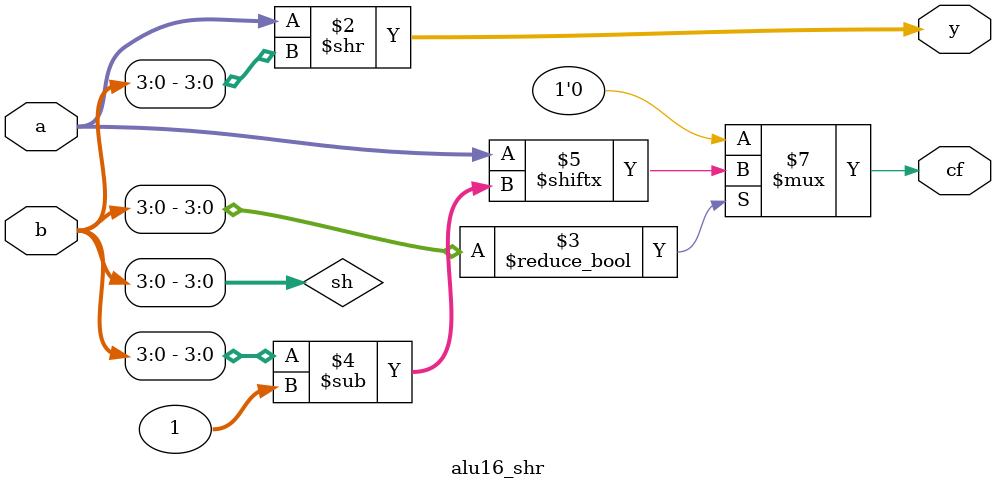
<source format=v>
module alu16_shr(
    input  wire [15:0] a,
    input  wire [15:0] b,
    output reg  [15:0] y,
    output reg         cf
);
    reg [3:0] sh;

    always @(*) begin
        sh = b[3:0];
        y = a >> sh;
        cf = 1'b0;
        if(sh != 0) cf = a[sh - 1];
    end
endmodule


</source>
